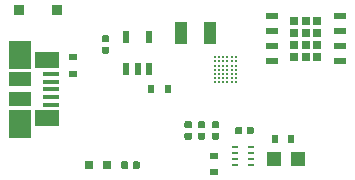
<source format=gbr>
G04 #@! TF.GenerationSoftware,KiCad,Pcbnew,5.1.4+dfsg1-1~bpo10+1*
G04 #@! TF.CreationDate,2019-11-15T17:22:20+01:00*
G04 #@! TF.ProjectId,quicklogic-quick-feather-board,71756963-6b6c-46f6-9769-632d71756963,rev?*
G04 #@! TF.SameCoordinates,Original*
G04 #@! TF.FileFunction,Paste,Top*
G04 #@! TF.FilePolarity,Positive*
%FSLAX46Y46*%
G04 Gerber Fmt 4.6, Leading zero omitted, Abs format (unit mm)*
G04 Created by KiCad (PCBNEW 5.1.4+dfsg1-1~bpo10+1) date 2019-11-15 17:22:20*
%MOMM*%
%LPD*%
G04 APERTURE LIST*
%ADD10C,0.250000*%
%ADD11R,1.100000X1.900000*%
%ADD12R,0.800000X0.800000*%
%ADD13R,1.100000X0.500000*%
%ADD14R,0.550000X0.250000*%
%ADD15C,0.100000*%
%ADD16C,0.590000*%
%ADD17R,0.600000X0.800000*%
%ADD18R,0.800000X0.600000*%
%ADD19R,1.200000X1.200000*%
%ADD20R,0.900000X0.950000*%
%ADD21R,0.600000X1.050000*%
%ADD22R,2.100000X1.475000*%
%ADD23R,1.900000X1.175000*%
%ADD24R,1.900000X2.375000*%
%ADD25R,1.380000X0.450000*%
G04 APERTURE END LIST*
D10*
X143115000Y-102310000D03*
X142765000Y-102310000D03*
X142415000Y-102310000D03*
X142065000Y-102310000D03*
X141715000Y-102310000D03*
X141365000Y-102310000D03*
X143115000Y-102660000D03*
X142765000Y-102660000D03*
X142415000Y-102660000D03*
X142065000Y-102660000D03*
X141715000Y-102660000D03*
X141365000Y-102660000D03*
X143115000Y-103010000D03*
X142765000Y-103010000D03*
X142415000Y-103010000D03*
X142065000Y-103010000D03*
X141715000Y-103010000D03*
X141365000Y-103010000D03*
X143115000Y-103360000D03*
X142765000Y-103360000D03*
X142415000Y-103360000D03*
X142065000Y-103360000D03*
X141715000Y-103360000D03*
X141365000Y-103360000D03*
X143115000Y-103710000D03*
X142765000Y-103710000D03*
X142415000Y-103710000D03*
X142065000Y-103710000D03*
X141715000Y-103710000D03*
X141365000Y-103710000D03*
X143115000Y-104060000D03*
X142765000Y-104060000D03*
X142415000Y-104060000D03*
X142065000Y-104060000D03*
X141715000Y-104060000D03*
X141365000Y-104060000D03*
X143115000Y-104410000D03*
X142765000Y-104410000D03*
X142415000Y-104410000D03*
X142065000Y-104410000D03*
X141715000Y-104410000D03*
X141365000Y-104410000D03*
D11*
X140905000Y-100285001D03*
X138495000Y-100285001D03*
D12*
X148025000Y-102255000D03*
X149025000Y-102255000D03*
X150025000Y-102255000D03*
X148025000Y-101255000D03*
X149025000Y-101255000D03*
X150025000Y-101255000D03*
X148025000Y-100255000D03*
X149025000Y-100255000D03*
X150025000Y-100255000D03*
X150025000Y-99255000D03*
X149025000Y-99255000D03*
X148025000Y-99255000D03*
D13*
X151950000Y-98825000D03*
X151950000Y-100095000D03*
X151950000Y-101365000D03*
X151950000Y-102635000D03*
X146150000Y-102635000D03*
X146150000Y-101365000D03*
X146150000Y-100095000D03*
X146150000Y-98825000D03*
D14*
X144415000Y-109930000D03*
X144415000Y-110430000D03*
X144415000Y-110930000D03*
X144415000Y-111430000D03*
X143065000Y-111430000D03*
X143065000Y-110930000D03*
X143065000Y-110430000D03*
X143065000Y-109930000D03*
D15*
G36*
X141596958Y-107720710D02*
G01*
X141611276Y-107722834D01*
X141625317Y-107726351D01*
X141638946Y-107731228D01*
X141652031Y-107737417D01*
X141664447Y-107744858D01*
X141676073Y-107753481D01*
X141686798Y-107763202D01*
X141696519Y-107773927D01*
X141705142Y-107785553D01*
X141712583Y-107797969D01*
X141718772Y-107811054D01*
X141723649Y-107824683D01*
X141727166Y-107838724D01*
X141729290Y-107853042D01*
X141730000Y-107867500D01*
X141730000Y-108162500D01*
X141729290Y-108176958D01*
X141727166Y-108191276D01*
X141723649Y-108205317D01*
X141718772Y-108218946D01*
X141712583Y-108232031D01*
X141705142Y-108244447D01*
X141696519Y-108256073D01*
X141686798Y-108266798D01*
X141676073Y-108276519D01*
X141664447Y-108285142D01*
X141652031Y-108292583D01*
X141638946Y-108298772D01*
X141625317Y-108303649D01*
X141611276Y-108307166D01*
X141596958Y-108309290D01*
X141582500Y-108310000D01*
X141237500Y-108310000D01*
X141223042Y-108309290D01*
X141208724Y-108307166D01*
X141194683Y-108303649D01*
X141181054Y-108298772D01*
X141167969Y-108292583D01*
X141155553Y-108285142D01*
X141143927Y-108276519D01*
X141133202Y-108266798D01*
X141123481Y-108256073D01*
X141114858Y-108244447D01*
X141107417Y-108232031D01*
X141101228Y-108218946D01*
X141096351Y-108205317D01*
X141092834Y-108191276D01*
X141090710Y-108176958D01*
X141090000Y-108162500D01*
X141090000Y-107867500D01*
X141090710Y-107853042D01*
X141092834Y-107838724D01*
X141096351Y-107824683D01*
X141101228Y-107811054D01*
X141107417Y-107797969D01*
X141114858Y-107785553D01*
X141123481Y-107773927D01*
X141133202Y-107763202D01*
X141143927Y-107753481D01*
X141155553Y-107744858D01*
X141167969Y-107737417D01*
X141181054Y-107731228D01*
X141194683Y-107726351D01*
X141208724Y-107722834D01*
X141223042Y-107720710D01*
X141237500Y-107720000D01*
X141582500Y-107720000D01*
X141596958Y-107720710D01*
X141596958Y-107720710D01*
G37*
D16*
X141410000Y-108015000D03*
D15*
G36*
X141596958Y-108690710D02*
G01*
X141611276Y-108692834D01*
X141625317Y-108696351D01*
X141638946Y-108701228D01*
X141652031Y-108707417D01*
X141664447Y-108714858D01*
X141676073Y-108723481D01*
X141686798Y-108733202D01*
X141696519Y-108743927D01*
X141705142Y-108755553D01*
X141712583Y-108767969D01*
X141718772Y-108781054D01*
X141723649Y-108794683D01*
X141727166Y-108808724D01*
X141729290Y-108823042D01*
X141730000Y-108837500D01*
X141730000Y-109132500D01*
X141729290Y-109146958D01*
X141727166Y-109161276D01*
X141723649Y-109175317D01*
X141718772Y-109188946D01*
X141712583Y-109202031D01*
X141705142Y-109214447D01*
X141696519Y-109226073D01*
X141686798Y-109236798D01*
X141676073Y-109246519D01*
X141664447Y-109255142D01*
X141652031Y-109262583D01*
X141638946Y-109268772D01*
X141625317Y-109273649D01*
X141611276Y-109277166D01*
X141596958Y-109279290D01*
X141582500Y-109280000D01*
X141237500Y-109280000D01*
X141223042Y-109279290D01*
X141208724Y-109277166D01*
X141194683Y-109273649D01*
X141181054Y-109268772D01*
X141167969Y-109262583D01*
X141155553Y-109255142D01*
X141143927Y-109246519D01*
X141133202Y-109236798D01*
X141123481Y-109226073D01*
X141114858Y-109214447D01*
X141107417Y-109202031D01*
X141101228Y-109188946D01*
X141096351Y-109175317D01*
X141092834Y-109161276D01*
X141090710Y-109146958D01*
X141090000Y-109132500D01*
X141090000Y-108837500D01*
X141090710Y-108823042D01*
X141092834Y-108808724D01*
X141096351Y-108794683D01*
X141101228Y-108781054D01*
X141107417Y-108767969D01*
X141114858Y-108755553D01*
X141123481Y-108743927D01*
X141133202Y-108733202D01*
X141143927Y-108723481D01*
X141155553Y-108714858D01*
X141167969Y-108707417D01*
X141181054Y-108701228D01*
X141194683Y-108696351D01*
X141208724Y-108692834D01*
X141223042Y-108690710D01*
X141237500Y-108690000D01*
X141582500Y-108690000D01*
X141596958Y-108690710D01*
X141596958Y-108690710D01*
G37*
D16*
X141410000Y-108985000D03*
D15*
G36*
X139276958Y-108690710D02*
G01*
X139291276Y-108692834D01*
X139305317Y-108696351D01*
X139318946Y-108701228D01*
X139332031Y-108707417D01*
X139344447Y-108714858D01*
X139356073Y-108723481D01*
X139366798Y-108733202D01*
X139376519Y-108743927D01*
X139385142Y-108755553D01*
X139392583Y-108767969D01*
X139398772Y-108781054D01*
X139403649Y-108794683D01*
X139407166Y-108808724D01*
X139409290Y-108823042D01*
X139410000Y-108837500D01*
X139410000Y-109132500D01*
X139409290Y-109146958D01*
X139407166Y-109161276D01*
X139403649Y-109175317D01*
X139398772Y-109188946D01*
X139392583Y-109202031D01*
X139385142Y-109214447D01*
X139376519Y-109226073D01*
X139366798Y-109236798D01*
X139356073Y-109246519D01*
X139344447Y-109255142D01*
X139332031Y-109262583D01*
X139318946Y-109268772D01*
X139305317Y-109273649D01*
X139291276Y-109277166D01*
X139276958Y-109279290D01*
X139262500Y-109280000D01*
X138917500Y-109280000D01*
X138903042Y-109279290D01*
X138888724Y-109277166D01*
X138874683Y-109273649D01*
X138861054Y-109268772D01*
X138847969Y-109262583D01*
X138835553Y-109255142D01*
X138823927Y-109246519D01*
X138813202Y-109236798D01*
X138803481Y-109226073D01*
X138794858Y-109214447D01*
X138787417Y-109202031D01*
X138781228Y-109188946D01*
X138776351Y-109175317D01*
X138772834Y-109161276D01*
X138770710Y-109146958D01*
X138770000Y-109132500D01*
X138770000Y-108837500D01*
X138770710Y-108823042D01*
X138772834Y-108808724D01*
X138776351Y-108794683D01*
X138781228Y-108781054D01*
X138787417Y-108767969D01*
X138794858Y-108755553D01*
X138803481Y-108743927D01*
X138813202Y-108733202D01*
X138823927Y-108723481D01*
X138835553Y-108714858D01*
X138847969Y-108707417D01*
X138861054Y-108701228D01*
X138874683Y-108696351D01*
X138888724Y-108692834D01*
X138903042Y-108690710D01*
X138917500Y-108690000D01*
X139262500Y-108690000D01*
X139276958Y-108690710D01*
X139276958Y-108690710D01*
G37*
D16*
X139090000Y-108985000D03*
D15*
G36*
X139276958Y-107720710D02*
G01*
X139291276Y-107722834D01*
X139305317Y-107726351D01*
X139318946Y-107731228D01*
X139332031Y-107737417D01*
X139344447Y-107744858D01*
X139356073Y-107753481D01*
X139366798Y-107763202D01*
X139376519Y-107773927D01*
X139385142Y-107785553D01*
X139392583Y-107797969D01*
X139398772Y-107811054D01*
X139403649Y-107824683D01*
X139407166Y-107838724D01*
X139409290Y-107853042D01*
X139410000Y-107867500D01*
X139410000Y-108162500D01*
X139409290Y-108176958D01*
X139407166Y-108191276D01*
X139403649Y-108205317D01*
X139398772Y-108218946D01*
X139392583Y-108232031D01*
X139385142Y-108244447D01*
X139376519Y-108256073D01*
X139366798Y-108266798D01*
X139356073Y-108276519D01*
X139344447Y-108285142D01*
X139332031Y-108292583D01*
X139318946Y-108298772D01*
X139305317Y-108303649D01*
X139291276Y-108307166D01*
X139276958Y-108309290D01*
X139262500Y-108310000D01*
X138917500Y-108310000D01*
X138903042Y-108309290D01*
X138888724Y-108307166D01*
X138874683Y-108303649D01*
X138861054Y-108298772D01*
X138847969Y-108292583D01*
X138835553Y-108285142D01*
X138823927Y-108276519D01*
X138813202Y-108266798D01*
X138803481Y-108256073D01*
X138794858Y-108244447D01*
X138787417Y-108232031D01*
X138781228Y-108218946D01*
X138776351Y-108205317D01*
X138772834Y-108191276D01*
X138770710Y-108176958D01*
X138770000Y-108162500D01*
X138770000Y-107867500D01*
X138770710Y-107853042D01*
X138772834Y-107838724D01*
X138776351Y-107824683D01*
X138781228Y-107811054D01*
X138787417Y-107797969D01*
X138794858Y-107785553D01*
X138803481Y-107773927D01*
X138813202Y-107763202D01*
X138823927Y-107753481D01*
X138835553Y-107744858D01*
X138847969Y-107737417D01*
X138861054Y-107731228D01*
X138874683Y-107726351D01*
X138888724Y-107722834D01*
X138903042Y-107720710D01*
X138917500Y-107720000D01*
X139262500Y-107720000D01*
X139276958Y-107720710D01*
X139276958Y-107720710D01*
G37*
D16*
X139090000Y-108015000D03*
D15*
G36*
X140406958Y-108690710D02*
G01*
X140421276Y-108692834D01*
X140435317Y-108696351D01*
X140448946Y-108701228D01*
X140462031Y-108707417D01*
X140474447Y-108714858D01*
X140486073Y-108723481D01*
X140496798Y-108733202D01*
X140506519Y-108743927D01*
X140515142Y-108755553D01*
X140522583Y-108767969D01*
X140528772Y-108781054D01*
X140533649Y-108794683D01*
X140537166Y-108808724D01*
X140539290Y-108823042D01*
X140540000Y-108837500D01*
X140540000Y-109132500D01*
X140539290Y-109146958D01*
X140537166Y-109161276D01*
X140533649Y-109175317D01*
X140528772Y-109188946D01*
X140522583Y-109202031D01*
X140515142Y-109214447D01*
X140506519Y-109226073D01*
X140496798Y-109236798D01*
X140486073Y-109246519D01*
X140474447Y-109255142D01*
X140462031Y-109262583D01*
X140448946Y-109268772D01*
X140435317Y-109273649D01*
X140421276Y-109277166D01*
X140406958Y-109279290D01*
X140392500Y-109280000D01*
X140047500Y-109280000D01*
X140033042Y-109279290D01*
X140018724Y-109277166D01*
X140004683Y-109273649D01*
X139991054Y-109268772D01*
X139977969Y-109262583D01*
X139965553Y-109255142D01*
X139953927Y-109246519D01*
X139943202Y-109236798D01*
X139933481Y-109226073D01*
X139924858Y-109214447D01*
X139917417Y-109202031D01*
X139911228Y-109188946D01*
X139906351Y-109175317D01*
X139902834Y-109161276D01*
X139900710Y-109146958D01*
X139900000Y-109132500D01*
X139900000Y-108837500D01*
X139900710Y-108823042D01*
X139902834Y-108808724D01*
X139906351Y-108794683D01*
X139911228Y-108781054D01*
X139917417Y-108767969D01*
X139924858Y-108755553D01*
X139933481Y-108743927D01*
X139943202Y-108733202D01*
X139953927Y-108723481D01*
X139965553Y-108714858D01*
X139977969Y-108707417D01*
X139991054Y-108701228D01*
X140004683Y-108696351D01*
X140018724Y-108692834D01*
X140033042Y-108690710D01*
X140047500Y-108690000D01*
X140392500Y-108690000D01*
X140406958Y-108690710D01*
X140406958Y-108690710D01*
G37*
D16*
X140220000Y-108985000D03*
D15*
G36*
X140406958Y-107720710D02*
G01*
X140421276Y-107722834D01*
X140435317Y-107726351D01*
X140448946Y-107731228D01*
X140462031Y-107737417D01*
X140474447Y-107744858D01*
X140486073Y-107753481D01*
X140496798Y-107763202D01*
X140506519Y-107773927D01*
X140515142Y-107785553D01*
X140522583Y-107797969D01*
X140528772Y-107811054D01*
X140533649Y-107824683D01*
X140537166Y-107838724D01*
X140539290Y-107853042D01*
X140540000Y-107867500D01*
X140540000Y-108162500D01*
X140539290Y-108176958D01*
X140537166Y-108191276D01*
X140533649Y-108205317D01*
X140528772Y-108218946D01*
X140522583Y-108232031D01*
X140515142Y-108244447D01*
X140506519Y-108256073D01*
X140496798Y-108266798D01*
X140486073Y-108276519D01*
X140474447Y-108285142D01*
X140462031Y-108292583D01*
X140448946Y-108298772D01*
X140435317Y-108303649D01*
X140421276Y-108307166D01*
X140406958Y-108309290D01*
X140392500Y-108310000D01*
X140047500Y-108310000D01*
X140033042Y-108309290D01*
X140018724Y-108307166D01*
X140004683Y-108303649D01*
X139991054Y-108298772D01*
X139977969Y-108292583D01*
X139965553Y-108285142D01*
X139953927Y-108276519D01*
X139943202Y-108266798D01*
X139933481Y-108256073D01*
X139924858Y-108244447D01*
X139917417Y-108232031D01*
X139911228Y-108218946D01*
X139906351Y-108205317D01*
X139902834Y-108191276D01*
X139900710Y-108176958D01*
X139900000Y-108162500D01*
X139900000Y-107867500D01*
X139900710Y-107853042D01*
X139902834Y-107838724D01*
X139906351Y-107824683D01*
X139911228Y-107811054D01*
X139917417Y-107797969D01*
X139924858Y-107785553D01*
X139933481Y-107773927D01*
X139943202Y-107763202D01*
X139953927Y-107753481D01*
X139965553Y-107744858D01*
X139977969Y-107737417D01*
X139991054Y-107731228D01*
X140004683Y-107726351D01*
X140018724Y-107722834D01*
X140033042Y-107720710D01*
X140047500Y-107720000D01*
X140392500Y-107720000D01*
X140406958Y-107720710D01*
X140406958Y-107720710D01*
G37*
D16*
X140220000Y-108015000D03*
D15*
G36*
X133876958Y-111120710D02*
G01*
X133891276Y-111122834D01*
X133905317Y-111126351D01*
X133918946Y-111131228D01*
X133932031Y-111137417D01*
X133944447Y-111144858D01*
X133956073Y-111153481D01*
X133966798Y-111163202D01*
X133976519Y-111173927D01*
X133985142Y-111185553D01*
X133992583Y-111197969D01*
X133998772Y-111211054D01*
X134003649Y-111224683D01*
X134007166Y-111238724D01*
X134009290Y-111253042D01*
X134010000Y-111267500D01*
X134010000Y-111612500D01*
X134009290Y-111626958D01*
X134007166Y-111641276D01*
X134003649Y-111655317D01*
X133998772Y-111668946D01*
X133992583Y-111682031D01*
X133985142Y-111694447D01*
X133976519Y-111706073D01*
X133966798Y-111716798D01*
X133956073Y-111726519D01*
X133944447Y-111735142D01*
X133932031Y-111742583D01*
X133918946Y-111748772D01*
X133905317Y-111753649D01*
X133891276Y-111757166D01*
X133876958Y-111759290D01*
X133862500Y-111760000D01*
X133567500Y-111760000D01*
X133553042Y-111759290D01*
X133538724Y-111757166D01*
X133524683Y-111753649D01*
X133511054Y-111748772D01*
X133497969Y-111742583D01*
X133485553Y-111735142D01*
X133473927Y-111726519D01*
X133463202Y-111716798D01*
X133453481Y-111706073D01*
X133444858Y-111694447D01*
X133437417Y-111682031D01*
X133431228Y-111668946D01*
X133426351Y-111655317D01*
X133422834Y-111641276D01*
X133420710Y-111626958D01*
X133420000Y-111612500D01*
X133420000Y-111267500D01*
X133420710Y-111253042D01*
X133422834Y-111238724D01*
X133426351Y-111224683D01*
X133431228Y-111211054D01*
X133437417Y-111197969D01*
X133444858Y-111185553D01*
X133453481Y-111173927D01*
X133463202Y-111163202D01*
X133473927Y-111153481D01*
X133485553Y-111144858D01*
X133497969Y-111137417D01*
X133511054Y-111131228D01*
X133524683Y-111126351D01*
X133538724Y-111122834D01*
X133553042Y-111120710D01*
X133567500Y-111120000D01*
X133862500Y-111120000D01*
X133876958Y-111120710D01*
X133876958Y-111120710D01*
G37*
D16*
X133715000Y-111440000D03*
D15*
G36*
X134846958Y-111120710D02*
G01*
X134861276Y-111122834D01*
X134875317Y-111126351D01*
X134888946Y-111131228D01*
X134902031Y-111137417D01*
X134914447Y-111144858D01*
X134926073Y-111153481D01*
X134936798Y-111163202D01*
X134946519Y-111173927D01*
X134955142Y-111185553D01*
X134962583Y-111197969D01*
X134968772Y-111211054D01*
X134973649Y-111224683D01*
X134977166Y-111238724D01*
X134979290Y-111253042D01*
X134980000Y-111267500D01*
X134980000Y-111612500D01*
X134979290Y-111626958D01*
X134977166Y-111641276D01*
X134973649Y-111655317D01*
X134968772Y-111668946D01*
X134962583Y-111682031D01*
X134955142Y-111694447D01*
X134946519Y-111706073D01*
X134936798Y-111716798D01*
X134926073Y-111726519D01*
X134914447Y-111735142D01*
X134902031Y-111742583D01*
X134888946Y-111748772D01*
X134875317Y-111753649D01*
X134861276Y-111757166D01*
X134846958Y-111759290D01*
X134832500Y-111760000D01*
X134537500Y-111760000D01*
X134523042Y-111759290D01*
X134508724Y-111757166D01*
X134494683Y-111753649D01*
X134481054Y-111748772D01*
X134467969Y-111742583D01*
X134455553Y-111735142D01*
X134443927Y-111726519D01*
X134433202Y-111716798D01*
X134423481Y-111706073D01*
X134414858Y-111694447D01*
X134407417Y-111682031D01*
X134401228Y-111668946D01*
X134396351Y-111655317D01*
X134392834Y-111641276D01*
X134390710Y-111626958D01*
X134390000Y-111612500D01*
X134390000Y-111267500D01*
X134390710Y-111253042D01*
X134392834Y-111238724D01*
X134396351Y-111224683D01*
X134401228Y-111211054D01*
X134407417Y-111197969D01*
X134414858Y-111185553D01*
X134423481Y-111173927D01*
X134433202Y-111163202D01*
X134443927Y-111153481D01*
X134455553Y-111144858D01*
X134467969Y-111137417D01*
X134481054Y-111131228D01*
X134494683Y-111126351D01*
X134508724Y-111122834D01*
X134523042Y-111120710D01*
X134537500Y-111120000D01*
X134832500Y-111120000D01*
X134846958Y-111120710D01*
X134846958Y-111120710D01*
G37*
D16*
X134685000Y-111440000D03*
D15*
G36*
X132276958Y-101410710D02*
G01*
X132291276Y-101412834D01*
X132305317Y-101416351D01*
X132318946Y-101421228D01*
X132332031Y-101427417D01*
X132344447Y-101434858D01*
X132356073Y-101443481D01*
X132366798Y-101453202D01*
X132376519Y-101463927D01*
X132385142Y-101475553D01*
X132392583Y-101487969D01*
X132398772Y-101501054D01*
X132403649Y-101514683D01*
X132407166Y-101528724D01*
X132409290Y-101543042D01*
X132410000Y-101557500D01*
X132410000Y-101852500D01*
X132409290Y-101866958D01*
X132407166Y-101881276D01*
X132403649Y-101895317D01*
X132398772Y-101908946D01*
X132392583Y-101922031D01*
X132385142Y-101934447D01*
X132376519Y-101946073D01*
X132366798Y-101956798D01*
X132356073Y-101966519D01*
X132344447Y-101975142D01*
X132332031Y-101982583D01*
X132318946Y-101988772D01*
X132305317Y-101993649D01*
X132291276Y-101997166D01*
X132276958Y-101999290D01*
X132262500Y-102000000D01*
X131917500Y-102000000D01*
X131903042Y-101999290D01*
X131888724Y-101997166D01*
X131874683Y-101993649D01*
X131861054Y-101988772D01*
X131847969Y-101982583D01*
X131835553Y-101975142D01*
X131823927Y-101966519D01*
X131813202Y-101956798D01*
X131803481Y-101946073D01*
X131794858Y-101934447D01*
X131787417Y-101922031D01*
X131781228Y-101908946D01*
X131776351Y-101895317D01*
X131772834Y-101881276D01*
X131770710Y-101866958D01*
X131770000Y-101852500D01*
X131770000Y-101557500D01*
X131770710Y-101543042D01*
X131772834Y-101528724D01*
X131776351Y-101514683D01*
X131781228Y-101501054D01*
X131787417Y-101487969D01*
X131794858Y-101475553D01*
X131803481Y-101463927D01*
X131813202Y-101453202D01*
X131823927Y-101443481D01*
X131835553Y-101434858D01*
X131847969Y-101427417D01*
X131861054Y-101421228D01*
X131874683Y-101416351D01*
X131888724Y-101412834D01*
X131903042Y-101410710D01*
X131917500Y-101410000D01*
X132262500Y-101410000D01*
X132276958Y-101410710D01*
X132276958Y-101410710D01*
G37*
D16*
X132090000Y-101705000D03*
D15*
G36*
X132276958Y-100440710D02*
G01*
X132291276Y-100442834D01*
X132305317Y-100446351D01*
X132318946Y-100451228D01*
X132332031Y-100457417D01*
X132344447Y-100464858D01*
X132356073Y-100473481D01*
X132366798Y-100483202D01*
X132376519Y-100493927D01*
X132385142Y-100505553D01*
X132392583Y-100517969D01*
X132398772Y-100531054D01*
X132403649Y-100544683D01*
X132407166Y-100558724D01*
X132409290Y-100573042D01*
X132410000Y-100587500D01*
X132410000Y-100882500D01*
X132409290Y-100896958D01*
X132407166Y-100911276D01*
X132403649Y-100925317D01*
X132398772Y-100938946D01*
X132392583Y-100952031D01*
X132385142Y-100964447D01*
X132376519Y-100976073D01*
X132366798Y-100986798D01*
X132356073Y-100996519D01*
X132344447Y-101005142D01*
X132332031Y-101012583D01*
X132318946Y-101018772D01*
X132305317Y-101023649D01*
X132291276Y-101027166D01*
X132276958Y-101029290D01*
X132262500Y-101030000D01*
X131917500Y-101030000D01*
X131903042Y-101029290D01*
X131888724Y-101027166D01*
X131874683Y-101023649D01*
X131861054Y-101018772D01*
X131847969Y-101012583D01*
X131835553Y-101005142D01*
X131823927Y-100996519D01*
X131813202Y-100986798D01*
X131803481Y-100976073D01*
X131794858Y-100964447D01*
X131787417Y-100952031D01*
X131781228Y-100938946D01*
X131776351Y-100925317D01*
X131772834Y-100911276D01*
X131770710Y-100896958D01*
X131770000Y-100882500D01*
X131770000Y-100587500D01*
X131770710Y-100573042D01*
X131772834Y-100558724D01*
X131776351Y-100544683D01*
X131781228Y-100531054D01*
X131787417Y-100517969D01*
X131794858Y-100505553D01*
X131803481Y-100493927D01*
X131813202Y-100483202D01*
X131823927Y-100473481D01*
X131835553Y-100464858D01*
X131847969Y-100457417D01*
X131861054Y-100451228D01*
X131874683Y-100446351D01*
X131888724Y-100442834D01*
X131903042Y-100440710D01*
X131917500Y-100440000D01*
X132262500Y-100440000D01*
X132276958Y-100440710D01*
X132276958Y-100440710D01*
G37*
D16*
X132090000Y-100735000D03*
D15*
G36*
X143516958Y-108200710D02*
G01*
X143531276Y-108202834D01*
X143545317Y-108206351D01*
X143558946Y-108211228D01*
X143572031Y-108217417D01*
X143584447Y-108224858D01*
X143596073Y-108233481D01*
X143606798Y-108243202D01*
X143616519Y-108253927D01*
X143625142Y-108265553D01*
X143632583Y-108277969D01*
X143638772Y-108291054D01*
X143643649Y-108304683D01*
X143647166Y-108318724D01*
X143649290Y-108333042D01*
X143650000Y-108347500D01*
X143650000Y-108692500D01*
X143649290Y-108706958D01*
X143647166Y-108721276D01*
X143643649Y-108735317D01*
X143638772Y-108748946D01*
X143632583Y-108762031D01*
X143625142Y-108774447D01*
X143616519Y-108786073D01*
X143606798Y-108796798D01*
X143596073Y-108806519D01*
X143584447Y-108815142D01*
X143572031Y-108822583D01*
X143558946Y-108828772D01*
X143545317Y-108833649D01*
X143531276Y-108837166D01*
X143516958Y-108839290D01*
X143502500Y-108840000D01*
X143207500Y-108840000D01*
X143193042Y-108839290D01*
X143178724Y-108837166D01*
X143164683Y-108833649D01*
X143151054Y-108828772D01*
X143137969Y-108822583D01*
X143125553Y-108815142D01*
X143113927Y-108806519D01*
X143103202Y-108796798D01*
X143093481Y-108786073D01*
X143084858Y-108774447D01*
X143077417Y-108762031D01*
X143071228Y-108748946D01*
X143066351Y-108735317D01*
X143062834Y-108721276D01*
X143060710Y-108706958D01*
X143060000Y-108692500D01*
X143060000Y-108347500D01*
X143060710Y-108333042D01*
X143062834Y-108318724D01*
X143066351Y-108304683D01*
X143071228Y-108291054D01*
X143077417Y-108277969D01*
X143084858Y-108265553D01*
X143093481Y-108253927D01*
X143103202Y-108243202D01*
X143113927Y-108233481D01*
X143125553Y-108224858D01*
X143137969Y-108217417D01*
X143151054Y-108211228D01*
X143164683Y-108206351D01*
X143178724Y-108202834D01*
X143193042Y-108200710D01*
X143207500Y-108200000D01*
X143502500Y-108200000D01*
X143516958Y-108200710D01*
X143516958Y-108200710D01*
G37*
D16*
X143355000Y-108520000D03*
D15*
G36*
X144486958Y-108200710D02*
G01*
X144501276Y-108202834D01*
X144515317Y-108206351D01*
X144528946Y-108211228D01*
X144542031Y-108217417D01*
X144554447Y-108224858D01*
X144566073Y-108233481D01*
X144576798Y-108243202D01*
X144586519Y-108253927D01*
X144595142Y-108265553D01*
X144602583Y-108277969D01*
X144608772Y-108291054D01*
X144613649Y-108304683D01*
X144617166Y-108318724D01*
X144619290Y-108333042D01*
X144620000Y-108347500D01*
X144620000Y-108692500D01*
X144619290Y-108706958D01*
X144617166Y-108721276D01*
X144613649Y-108735317D01*
X144608772Y-108748946D01*
X144602583Y-108762031D01*
X144595142Y-108774447D01*
X144586519Y-108786073D01*
X144576798Y-108796798D01*
X144566073Y-108806519D01*
X144554447Y-108815142D01*
X144542031Y-108822583D01*
X144528946Y-108828772D01*
X144515317Y-108833649D01*
X144501276Y-108837166D01*
X144486958Y-108839290D01*
X144472500Y-108840000D01*
X144177500Y-108840000D01*
X144163042Y-108839290D01*
X144148724Y-108837166D01*
X144134683Y-108833649D01*
X144121054Y-108828772D01*
X144107969Y-108822583D01*
X144095553Y-108815142D01*
X144083927Y-108806519D01*
X144073202Y-108796798D01*
X144063481Y-108786073D01*
X144054858Y-108774447D01*
X144047417Y-108762031D01*
X144041228Y-108748946D01*
X144036351Y-108735317D01*
X144032834Y-108721276D01*
X144030710Y-108706958D01*
X144030000Y-108692500D01*
X144030000Y-108347500D01*
X144030710Y-108333042D01*
X144032834Y-108318724D01*
X144036351Y-108304683D01*
X144041228Y-108291054D01*
X144047417Y-108277969D01*
X144054858Y-108265553D01*
X144063481Y-108253927D01*
X144073202Y-108243202D01*
X144083927Y-108233481D01*
X144095553Y-108224858D01*
X144107969Y-108217417D01*
X144121054Y-108211228D01*
X144134683Y-108206351D01*
X144148724Y-108202834D01*
X144163042Y-108200710D01*
X144177500Y-108200000D01*
X144472500Y-108200000D01*
X144486958Y-108200710D01*
X144486958Y-108200710D01*
G37*
D16*
X144325000Y-108520000D03*
D17*
X147810000Y-109190000D03*
X146410000Y-109190000D03*
X137340000Y-105010000D03*
X135940000Y-105010000D03*
D18*
X141290000Y-110630000D03*
X141290000Y-112030000D03*
X129330000Y-102280000D03*
X129330000Y-103680000D03*
D19*
X148420000Y-110910000D03*
X146320000Y-110910000D03*
D12*
X130730000Y-111450000D03*
X132230000Y-111450000D03*
D20*
X127945000Y-98260000D03*
X124795000Y-98260000D03*
D21*
X133850000Y-103290000D03*
X134800000Y-103290000D03*
X135750000Y-103290000D03*
X135750000Y-100590000D03*
X133850000Y-100590000D03*
D22*
X127120000Y-107472500D03*
D23*
X124820000Y-105847500D03*
D24*
X124820000Y-102097500D03*
X124820000Y-107922500D03*
D23*
X124820000Y-104172500D03*
D22*
X127120000Y-102547500D03*
D25*
X127480000Y-103710000D03*
X127480000Y-104360000D03*
X127480000Y-105010000D03*
X127480000Y-105660000D03*
X127480000Y-106310000D03*
M02*

</source>
